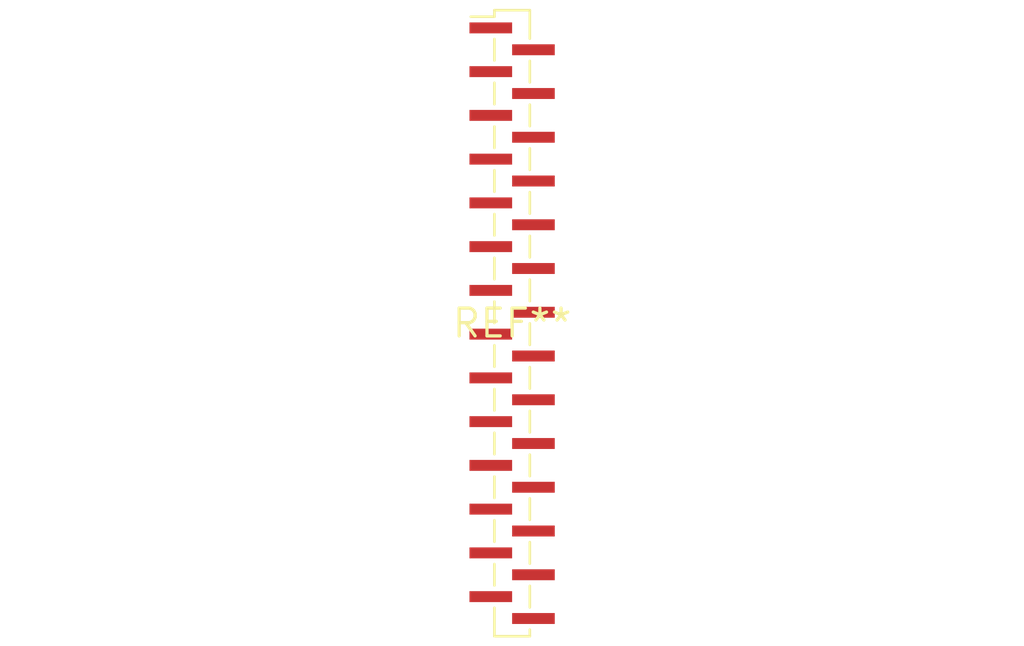
<source format=kicad_pcb>
(kicad_pcb (version 20240108) (generator pcbnew)
  (layers (0 "F.Cu" signal) (31 "B.Cu" signal) (34 "B.Paste" user) (35 "F.Paste" user) (36 "B.SilkS" user "B.Silkscreen") (37 "F.SilkS" user "F.Silkscreen") (38 "B.Mask" user) (39 "F.Mask" user) (44 "Edge.Cuts" user))
  (net 0 "")
  (footprint "PinSocket_1x28_P1.00mm_Vertical_SMD_Pin1Left" (layer "F.Cu") (at 0 0)
    (property "Reference" "REF**")
    (property "Value" "PinSocket_1x28_P1.00mm_Vertical_SMD_Pin1Left")
    (fp_line (start -1.89 -14.01) (end -0.81 -14.01) (layer "F.SilkS") (stroke (width 0.12)))
    (fp_line (start -0.81 -14.31) (end -0.81 -14.01) (layer "F.SilkS") (stroke (width 0.12)))
    (fp_line (start -0.81 -14.31) (end 0.81 -14.31) (layer "F.SilkS") (stroke (width 0.12)))
    (fp_line (start -0.81 -12.99) (end -0.81 -12.01) (layer "F.SilkS") (stroke (width 0.12)))
    (fp_line (start -0.81 -10.99) (end -0.81 -10.01) (layer "F.SilkS") (stroke (width 0.12)))
    (fp_line (start -0.81 -8.99) (end -0.81 -8.01) (layer "F.SilkS") (stroke (width 0.12)))
    (fp_line (start -0.81 -6.99) (end -0.81 -6.01) (layer "F.SilkS") (stroke (width 0.12)))
    (fp_line (start -0.81 -4.99) (end -0.81 -4.01) (layer "F.SilkS") (stroke (width 0.12)))
    (fp_line (start -0.81 -2.99) (end -0.81 -2.01) (layer "F.SilkS") (stroke (width 0.12)))
    (fp_line (start -0.81 -0.99) (end -0.81 -0.01) (layer "F.SilkS") (stroke (width 0.12)))
    (fp_line (start -0.81 1.01) (end -0.81 1.99) (layer "F.SilkS") (stroke (width 0.12)))
    (fp_line (start -0.81 3.01) (end -0.81 3.99) (layer "F.SilkS") (stroke (width 0.12)))
    (fp_line (start -0.81 5.01) (end -0.81 5.99) (layer "F.SilkS") (stroke (width 0.12)))
    (fp_line (start -0.81 7.01) (end -0.81 7.99) (layer "F.SilkS") (stroke (width 0.12)))
    (fp_line (start -0.81 9.01) (end -0.81 9.99) (layer "F.SilkS") (stroke (width 0.12)))
    (fp_line (start -0.81 11.01) (end -0.81 11.99) (layer "F.SilkS") (stroke (width 0.12)))
    (fp_line (start -0.81 13.01) (end -0.81 14.31) (layer "F.SilkS") (stroke (width 0.12)))
    (fp_line (start -0.81 14.31) (end 0.81 14.31) (layer "F.SilkS") (stroke (width 0.12)))
    (fp_line (start 0.81 -14.31) (end 0.81 -13.01) (layer "F.SilkS") (stroke (width 0.12)))
    (fp_line (start 0.81 -11.99) (end 0.81 -11.01) (layer "F.SilkS") (stroke (width 0.12)))
    (fp_line (start 0.81 -9.99) (end 0.81 -9.01) (layer "F.SilkS") (stroke (width 0.12)))
    (fp_line (start 0.81 -7.99) (end 0.81 -7.01) (layer "F.SilkS") (stroke (width 0.12)))
    (fp_line (start 0.81 -5.99) (end 0.81 -5.01) (layer "F.SilkS") (stroke (width 0.12)))
    (fp_line (start 0.81 -3.99) (end 0.81 -3.01) (layer "F.SilkS") (stroke (width 0.12)))
    (fp_line (start 0.81 -1.99) (end 0.81 -1.01) (layer "F.SilkS") (stroke (width 0.12)))
    (fp_line (start 0.81 0.01) (end 0.81 0.99) (layer "F.SilkS") (stroke (width 0.12)))
    (fp_line (start 0.81 2.01) (end 0.81 2.99) (layer "F.SilkS") (stroke (width 0.12)))
    (fp_line (start 0.81 4.01) (end 0.81 4.99) (layer "F.SilkS") (stroke (width 0.12)))
    (fp_line (start 0.81 6.01) (end 0.81 6.99) (layer "F.SilkS") (stroke (width 0.12)))
    (fp_line (start 0.81 8.01) (end 0.81 8.99) (layer "F.SilkS") (stroke (width 0.12)))
    (fp_line (start 0.81 10.01) (end 0.81 10.99) (layer "F.SilkS") (stroke (width 0.12)))
    (fp_line (start 0.81 12.01) (end 0.81 12.99) (layer "F.SilkS") (stroke (width 0.12)))
    (fp_line (start 0.81 14.01) (end 0.81 14.31) (layer "F.SilkS") (stroke (width 0.12)))
    (pad "1" smd rect (at -0.975 -13.5) (size 1.95 0.5) (layers "F.Cu" "F.Paste" "F.Mask"))
    (pad "2" smd rect (at 0.975 -12.5) (size 1.95 0.5) (layers "F.Cu" "F.Paste" "F.Mask"))
    (pad "3" smd rect (at -0.975 -11.5) (size 1.95 0.5) (layers "F.Cu" "F.Paste" "F.Mask"))
    (pad "4" smd rect (at 0.975 -10.5) (size 1.95 0.5) (layers "F.Cu" "F.Paste" "F.Mask"))
    (pad "5" smd rect (at -0.975 -9.5) (size 1.95 0.5) (layers "F.Cu" "F.Paste" "F.Mask"))
    (pad "6" smd rect (at 0.975 -8.5) (size 1.95 0.5) (layers "F.Cu" "F.Paste" "F.Mask"))
    (pad "7" smd rect (at -0.975 -7.5) (size 1.95 0.5) (layers "F.Cu" "F.Paste" "F.Mask"))
    (pad "8" smd rect (at 0.975 -6.5) (size 1.95 0.5) (layers "F.Cu" "F.Paste" "F.Mask"))
    (pad "9" smd rect (at -0.975 -5.5) (size 1.95 0.5) (layers "F.Cu" "F.Paste" "F.Mask"))
    (pad "10" smd rect (at 0.975 -4.5) (size 1.95 0.5) (layers "F.Cu" "F.Paste" "F.Mask"))
    (pad "11" smd rect (at -0.975 -3.5) (size 1.95 0.5) (layers "F.Cu" "F.Paste" "F.Mask"))
    (pad "12" smd rect (at 0.975 -2.5) (size 1.95 0.5) (layers "F.Cu" "F.Paste" "F.Mask"))
    (pad "13" smd rect (at -0.975 -1.5) (size 1.95 0.5) (layers "F.Cu" "F.Paste" "F.Mask"))
    (pad "14" smd rect (at 0.975 -0.5) (size 1.95 0.5) (layers "F.Cu" "F.Paste" "F.Mask"))
    (pad "15" smd rect (at -0.975 0.5) (size 1.95 0.5) (layers "F.Cu" "F.Paste" "F.Mask"))
    (pad "16" smd rect (at 0.975 1.5) (size 1.95 0.5) (layers "F.Cu" "F.Paste" "F.Mask"))
    (pad "17" smd rect (at -0.975 2.5) (size 1.95 0.5) (layers "F.Cu" "F.Paste" "F.Mask"))
    (pad "18" smd rect (at 0.975 3.5) (size 1.95 0.5) (layers "F.Cu" "F.Paste" "F.Mask"))
    (pad "19" smd rect (at -0.975 4.5) (size 1.95 0.5) (layers "F.Cu" "F.Paste" "F.Mask"))
    (pad "20" smd rect (at 0.975 5.5) (size 1.95 0.5) (layers "F.Cu" "F.Paste" "F.Mask"))
    (pad "21" smd rect (at -0.975 6.5) (size 1.95 0.5) (layers "F.Cu" "F.Paste" "F.Mask"))
    (pad "22" smd rect (at 0.975 7.5) (size 1.95 0.5) (layers "F.Cu" "F.Paste" "F.Mask"))
    (pad "23" smd rect (at -0.975 8.5) (size 1.95 0.5) (layers "F.Cu" "F.Paste" "F.Mask"))
    (pad "24" smd rect (at 0.975 9.5) (size 1.95 0.5) (layers "F.Cu" "F.Paste" "F.Mask"))
    (pad "25" smd rect (at -0.975 10.5) (size 1.95 0.5) (layers "F.Cu" "F.Paste" "F.Mask"))
    (pad "26" smd rect (at 0.975 11.5) (size 1.95 0.5) (layers "F.Cu" "F.Paste" "F.Mask"))
    (pad "27" smd rect (at -0.975 12.5) (size 1.95 0.5) (layers "F.Cu" "F.Paste" "F.Mask"))
    (pad "28" smd rect (at 0.975 13.5) (size 1.95 0.5) (layers "F.Cu" "F.Paste" "F.Mask"))
  )
)
</source>
